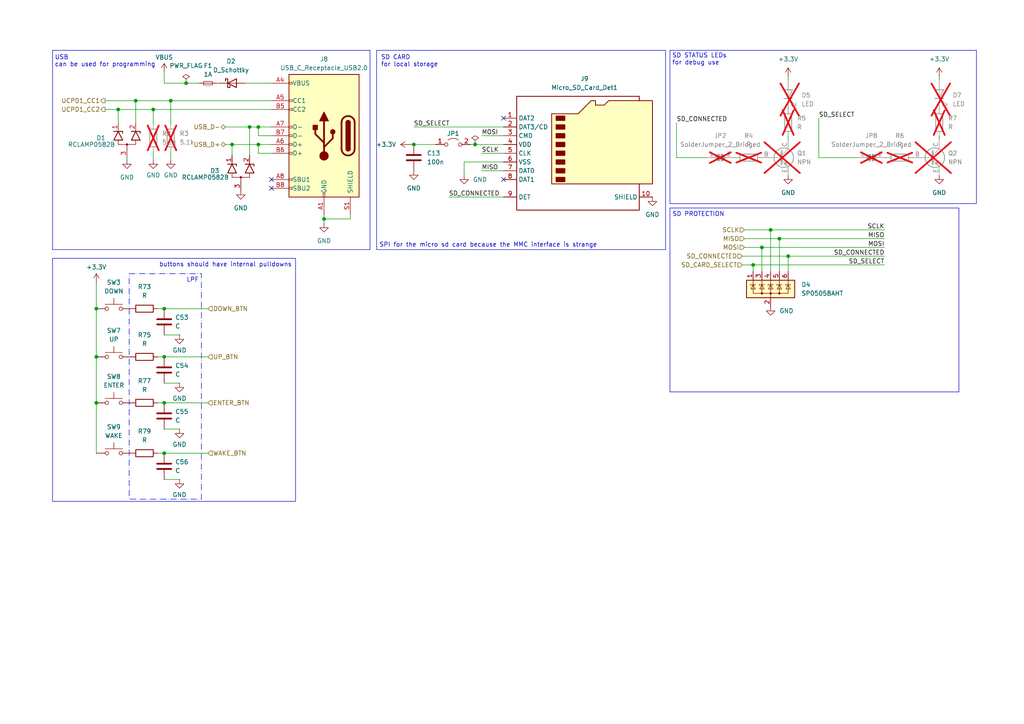
<source format=kicad_sch>
(kicad_sch (version 20231120) (generator "eeschema") (generator_version "8.0")
  (paper "A4")
  (lib_symbols
    (symbol "Connector:Micro_SD_Card_Det1"
      (property "Reference" "J" (at -16.51 17.78 0))
      (property "Value" "Micro_SD_Card_Det1" (at 16.51 17.78 0))
      (symbol "Micro_SD_Card_Det1_0_1"
        (rectangle (start -7.62 -6.985) (end -5.08 -8.255) (stroke (width 0.254)) (fill (type outline)))
        (rectangle (start -7.62 -4.445) (end -5.08 -5.715) (stroke (width 0.254)) (fill (type outline)))
        (rectangle (start -7.62 -1.905) (end -5.08 -3.175) (stroke (width 0.254)) (fill (type outline)))
        (rectangle (start -7.62 0.635) (end -5.08 -0.635) (stroke (width 0.254)) (fill (type outline)))
        (rectangle (start -7.62 3.175) (end -5.08 1.905) (stroke (width 0.254)) (fill (type outline)))
        (rectangle (start -7.62 5.715) (end -5.08 4.445) (stroke (width 0.254)) (fill (type outline)))
        (rectangle (start -7.62 8.255) (end -5.08 6.985) (stroke (width 0.254)) (fill (type outline)))
        (rectangle (start -7.62 10.795) (end -5.08 9.525) (stroke (width 0.254)) (fill (type outline)))
        (polyline (pts (xy 16.51 15.24) (xy 16.51 16.51) (xy -19.05 16.51) (xy -19.05 -16.51) (xy 16.51 -16.51) (xy 16.51 -8.89)) (stroke (width 0.254)))
        (polyline (pts (xy -8.89 -8.89) (xy -8.89 11.43) (xy -1.27 11.43) (xy 2.54 15.24) (xy 3.81 15.24) (xy 3.81 13.97) (xy 6.35 13.97) (xy 7.62 15.24) (xy 20.32 15.24) (xy 20.32 -8.89) (xy -8.89 -8.89)) (stroke (width 0.254)) (fill (type background)))
      )
      (symbol "Micro_SD_Card_Det1_1_1"
        (pin bidirectional line (at -22.86 10.16 0) (length 3.81) (name "DAT2") (number "1"))
        (pin passive line (at 20.32 -12.7 180) (length 3.81) (name "SHIELD") (number "10"))
        (pin bidirectional line (at -22.86 7.62 0) (length 3.81) (name "DAT3/CD") (number "2"))
        (pin input line (at -22.86 5.08 0) (length 3.81) (name "CMD") (number "3"))
        (pin power_in line (at -22.86 2.54 0) (length 3.81) (name "VDD") (number "4"))
        (pin input line (at -22.86 0 0) (length 3.81) (name "CLK") (number "5"))
        (pin power_in line (at -22.86 -2.54 0) (length 3.81) (name "VSS") (number "6"))
        (pin bidirectional line (at -22.86 -5.08 0) (length 3.81) (name "DAT0") (number "7"))
        (pin bidirectional line (at -22.86 -7.62 0) (length 3.81) (name "DAT1") (number "8"))
        (pin passive line (at -22.86 -12.7 0) (length 3.81) (name "DET") (number "9"))
      )
    )
    (symbol "Connector:USB_C_Receptacle_USB2.0" (pin_names (offset 1.016))
      (property "Reference" "J" (at -10.16 19.05 0))
      (property "Value" "USB_C_Receptacle_USB2.0" (at 19.05 19.05 0))
      (symbol "USB_C_Receptacle_USB2.0_0_0"
        (rectangle (start -0.254 -17.78) (end 0.254 -16.764))
        (rectangle (start 10.16 -14.986) (end 9.144 -15.494))
        (rectangle (start 10.16 -12.446) (end 9.144 -12.954))
        (rectangle (start 10.16 -4.826) (end 9.144 -5.334))
        (rectangle (start 10.16 -2.286) (end 9.144 -2.794))
        (rectangle (start 10.16 0.254) (end 9.144 -0.254))
        (rectangle (start 10.16 2.794) (end 9.144 2.286))
        (rectangle (start 10.16 7.874) (end 9.144 7.366))
        (rectangle (start 10.16 10.414) (end 9.144 9.906))
        (rectangle (start 10.16 15.494) (end 9.144 14.986))
      )
      (symbol "USB_C_Receptacle_USB2.0_0_1"
        (rectangle (start -10.16 17.78) (end 10.16 -17.78) (stroke (width 0.254)) (fill (type background)))
        (arc (start -8.89 -3.81) (mid -6.985 -5.7067) (end -5.08 -3.81) (stroke (width 0.508)))
        (arc (start -7.62 -3.81) (mid -6.985 -4.4423) (end -6.35 -3.81) (stroke (width 0.254)))
        (arc (start -7.62 -3.81) (mid -6.985 -4.4423) (end -6.35 -3.81) (stroke (width 0.254)) (fill (type outline)))
        (rectangle (start -7.62 -3.81) (end -6.35 3.81) (stroke (width 0.254)) (fill (type outline)))
        (arc (start -6.35 3.81) (mid -6.985 4.4423) (end -7.62 3.81) (stroke (width 0.254)))
        (arc (start -6.35 3.81) (mid -6.985 4.4423) (end -7.62 3.81) (stroke (width 0.254)) (fill (type outline)))
        (arc (start -5.08 3.81) (mid -6.985 5.7067) (end -8.89 3.81) (stroke (width 0.508)))
        (circle (center -2.54 1.143) (radius 0.635) (stroke (width 0.254)) (fill (type outline)))
        (circle (center 0 -5.842) (radius 1.27) (fill (type outline)))
        (polyline (pts (xy -8.89 -3.81) (xy -8.89 3.81)) (stroke (width 0.508)))
        (polyline (pts (xy -5.08 3.81) (xy -5.08 -3.81)) (stroke (width 0.508)))
        (polyline (pts (xy 0 -5.842) (xy 0 4.318)) (stroke (width 0.508)))
        (polyline (pts (xy 0 -3.302) (xy -2.54 -0.762) (xy -2.54 0.508)) (stroke (width 0.508)))
        (polyline (pts (xy 0 -2.032) (xy 2.54 0.508) (xy 2.54 1.778)) (stroke (width 0.508)))
        (polyline (pts (xy -1.27 4.318) (xy 0 6.858) (xy 1.27 4.318) (xy -1.27 4.318)) (stroke (width 0.254)) (fill (type outline)))
        (rectangle (start 1.905 1.778) (end 3.175 3.048) (stroke (width 0.254)) (fill (type outline)))
      )
      (symbol "USB_C_Receptacle_USB2.0_1_1"
        (pin passive line (at 0 -22.86 90) (length 5.08) (name "GND") (number "A1"))
        (pin passive line (at 0 -22.86 90) (length 5.08) hide (name "GND") (number "A12"))
        (pin passive line (at 15.24 15.24 180) (length 5.08) (name "VBUS") (number "A4"))
        (pin bidirectional line (at 15.24 10.16 180) (length 5.08) (name "CC1") (number "A5"))
        (pin bidirectional line (at 15.24 -2.54 180) (length 5.08) (name "D+") (number "A6"))
        (pin bidirectional line (at 15.24 2.54 180) (length 5.08) (name "D-") (number "A7"))
        (pin bidirectional line (at 15.24 -12.7 180) (length 5.08) (name "SBU1") (number "A8"))
        (pin passive line (at 15.24 15.24 180) (length 5.08) hide (name "VBUS") (number "A9"))
        (pin passive line (at 0 -22.86 90) (length 5.08) hide (name "GND") (number "B1"))
        (pin passive line (at 0 -22.86 90) (length 5.08) hide (name "GND") (number "B12"))
        (pin passive line (at 15.24 15.24 180) (length 5.08) hide (name "VBUS") (number "B4"))
        (pin bidirectional line (at 15.24 7.62 180) (length 5.08) (name "CC2") (number "B5"))
        (pin bidirectional line (at 15.24 -5.08 180) (length 5.08) (name "D+") (number "B6"))
        (pin bidirectional line (at 15.24 0 180) (length 5.08) (name "D-") (number "B7"))
        (pin bidirectional line (at 15.24 -15.24 180) (length 5.08) (name "SBU2") (number "B8"))
        (pin passive line (at 15.24 15.24 180) (length 5.08) hide (name "VBUS") (number "B9"))
        (pin passive line (at -7.62 -22.86 90) (length 5.08) (name "SHIELD") (number "S1"))
      )
    )
    (symbol "Device:C" (pin_numbers hide) (pin_names (offset 0.254))
      (property "Reference" "C" (at 0.635 2.54 0))
      (property "Value" "C" (at 0.635 -2.54 0))
      (symbol "C_0_1"
        (polyline (pts (xy -2.032 -0.762) (xy 2.032 -0.762)) (stroke (width 0.508)))
        (polyline (pts (xy -2.032 0.762) (xy 2.032 0.762)) (stroke (width 0.508)))
      )
      (symbol "C_1_1"
        (pin passive line (at 0 3.81 270) (length 2.794) (name "~") (number "1"))
        (pin passive line (at 0 -3.81 90) (length 2.794) (name "~") (number "2"))
      )
    )
    (symbol "Device:D_Schottky" (pin_numbers hide) (pin_names (offset 1.016) hide)
      (property "Reference" "D" (at 0 2.54 0))
      (property "Value" "D_Schottky" (at 0 -2.54 0))
      (symbol "D_Schottky_0_1"
        (polyline (pts (xy 1.27 0) (xy -1.27 0)))
        (polyline (pts (xy 1.27 1.27) (xy 1.27 -1.27) (xy -1.27 0) (xy 1.27 1.27)) (stroke (width 0.254)))
        (polyline (pts (xy -1.905 0.635) (xy -1.905 1.27) (xy -1.27 1.27) (xy -1.27 -1.27) (xy -0.635 -1.27) (xy -0.635 -0.635)) (stroke (width 0.254)))
      )
      (symbol "D_Schottky_1_1"
        (pin passive line (at -3.81 0 0) (length 2.54) (name "K") (number "1"))
        (pin passive line (at 3.81 0 180) (length 2.54) (name "A") (number "2"))
      )
    )
    (symbol "Device:Fuse_Small" (pin_numbers hide) (pin_names (offset 0.254) hide)
      (property "Reference" "F" (at 0 -1.524 0))
      (property "Value" "Fuse_Small" (at 0 1.524 0))
      (symbol "Fuse_Small_0_1"
        (rectangle (start -1.27 0.508) (end 1.27 -0.508))
        (polyline (pts (xy -1.27 0) (xy 1.27 0)))
      )
      (symbol "Fuse_Small_1_1"
        (pin passive line (at -2.54 0 0) (length 1.27) (name "~") (number "1"))
        (pin passive line (at 2.54 0 180) (length 1.27) (name "~") (number "2"))
      )
    )
    (symbol "Device:LED" (pin_numbers hide) (pin_names (offset 1.016) hide)
      (property "Reference" "D" (at 0 2.54 0))
      (property "Value" "LED" (at 0 -2.54 0))
      (symbol "LED_0_1"
        (polyline (pts (xy -1.27 -1.27) (xy -1.27 1.27)) (stroke (width 0.254)))
        (polyline (pts (xy -1.27 0) (xy 1.27 0)))
        (polyline (pts (xy 1.27 -1.27) (xy 1.27 1.27) (xy -1.27 0) (xy 1.27 -1.27)) (stroke (width 0.254)))
        (polyline (pts (xy -3.048 -0.762) (xy -4.572 -2.286) (xy -3.81 -2.286) (xy -4.572 -2.286) (xy -4.572 -1.524)))
        (polyline (pts (xy -1.778 -0.762) (xy -3.302 -2.286) (xy -2.54 -2.286) (xy -3.302 -2.286) (xy -3.302 -1.524)))
      )
      (symbol "LED_1_1"
        (pin passive line (at -3.81 0 0) (length 2.54) (name "K") (number "1"))
        (pin passive line (at 3.81 0 180) (length 2.54) (name "A") (number "2"))
      )
    )
    (symbol "Device:R" (pin_numbers hide) (pin_names (offset 0))
      (property "Reference" "R" (at 2.032 0 90))
      (property "Value" "R" (at 0 0 90))
      (symbol "R_0_1"
        (rectangle (start -1.016 -2.54) (end 1.016 2.54) (stroke (width 0.254)))
      )
      (symbol "R_1_1"
        (pin passive line (at 0 3.81 270) (length 1.27) (name "~") (number "1"))
        (pin passive line (at 0 -3.81 90) (length 1.27) (name "~") (number "2"))
      )
    )
    (symbol "GND_1" (power) (pin_numbers hide) (pin_names (offset 0) hide)
      (property "Value" "GND" (at 0 -3.81 0))
      (symbol "GND_1_0_1"
        (polyline (pts (xy 0 0) (xy 0 -1.27) (xy 1.27 -1.27) (xy 0 -2.54) (xy -1.27 -1.27) (xy 0 -1.27)))
      )
      (symbol "GND_1_1_1"
        (pin power_in line (at 0 0 270) (length 0) (name "~") (number "1"))
      )
    )
    (symbol "GND_2" (power) (pin_numbers hide) (pin_names (offset 0) hide)
      (property "Value" "GND" (at 0 -3.81 0))
      (symbol "GND_2_0_1"
        (polyline (pts (xy 0 0) (xy 0 -1.27) (xy 1.27 -1.27) (xy 0 -2.54) (xy -1.27 -1.27) (xy 0 -1.27)))
      )
      (symbol "GND_2_1_1"
        (pin power_in line (at 0 0 270) (length 0) (name "~") (number "1"))
      )
    )
    (symbol "GND_3" (power) (pin_numbers hide) (pin_names (offset 0) hide)
      (property "Value" "GND" (at 0 -3.81 0))
      (symbol "GND_3_0_1"
        (polyline (pts (xy 0 0) (xy 0 -1.27) (xy 1.27 -1.27) (xy 0 -2.54) (xy -1.27 -1.27) (xy 0 -1.27)))
      )
      (symbol "GND_3_1_1"
        (pin power_in line (at 0 0 270) (length 0) (name "~") (number "1"))
      )
    )
    (symbol "Jumper:Jumper_2_Open" (pin_names (offset 0) hide)
      (property "Reference" "JP" (at 0 2.794 0))
      (property "Value" "Jumper_2_Open" (at 0 -2.286 0))
      (symbol "Jumper_2_Open_0_0"
        (circle (center -2.032 0) (radius 0.508))
        (circle (center 2.032 0) (radius 0.508))
      )
      (symbol "Jumper_2_Open_0_1"
        (arc (start 1.524 1.27) (mid 0 1.778) (end -1.524 1.27))
      )
      (symbol "Jumper_2_Open_1_1"
        (pin passive line (at -5.08 0 0) (length 2.54) (name "A") (number "1"))
        (pin passive line (at 5.08 0 180) (length 2.54) (name "B") (number "2"))
      )
    )
    (symbol "Jumper:SolderJumper_2_Bridged" (pin_names (offset 0) hide)
      (property "Reference" "JP" (at 0 2.032 0))
      (property "Value" "SolderJumper_2_Bridged" (at 0 -2.54 0))
      (symbol "SolderJumper_2_Bridged_0_1"
        (rectangle (start -0.508 0.508) (end 0.508 -0.508) (fill (type outline)))
        (arc (start -0.254 1.016) (mid -1.2656 0) (end -0.254 -1.016))
        (arc (start -0.254 1.016) (mid -1.2656 0) (end -0.254 -1.016) (fill (type outline)))
        (polyline (pts (xy -0.254 1.016) (xy -0.254 -1.016)))
        (polyline (pts (xy 0.254 1.016) (xy 0.254 -1.016)))
        (arc (start 0.254 -1.016) (mid 1.2656 0) (end 0.254 1.016))
        (arc (start 0.254 -1.016) (mid 1.2656 0) (end 0.254 1.016) (fill (type outline)))
      )
      (symbol "SolderJumper_2_Bridged_1_1"
        (pin passive line (at -3.81 0 0) (length 2.54) (name "A") (number "1"))
        (pin passive line (at 3.81 0 180) (length 2.54) (name "B") (number "2"))
      )
    )
    (symbol "Power_Protection:RCLAMP0582B" (pin_names hide)
      (property "Reference" "D" (at 0 5.08 0))
      (property "Value" "RCLAMP0582B" (at 0 -5.08 0))
      (symbol "RCLAMP0582B_0_1"
        (polyline (pts (xy -2.54 0) (xy -1.27 0)))
        (polyline (pts (xy -1.27 2.54) (xy -1.27 -2.54)))
        (polyline (pts (xy 0 2.54) (xy -1.27 2.54)) (stroke (width 0.1524)))
        (polyline (pts (xy 2.54 3.81) (xy 2.54 1.27) (xy 2.032 1.27)) (stroke (width 0.254)))
        (polyline (pts (xy 0 1.27) (xy 0 3.81) (xy 2.54 2.54) (xy 0 1.27)) (stroke (width 0.254)))
        (pin passive line (at -5.08 0 0) (length 2.54) (name "A") (number "3"))
      )
      (symbol "RCLAMP0582B_1_1"
        (circle (center -1.27 0) (radius 0.254) (fill (type outline)))
        (polyline (pts (xy 0 -2.54) (xy -1.27 -2.54)) (stroke (width 0.1524)))
        (polyline (pts (xy 2.54 -1.27) (xy 2.54 -3.81) (xy 2.032 -3.81)) (stroke (width 0.254)))
        (polyline (pts (xy 0 -3.81) (xy 0 -1.27) (xy 2.54 -2.54) (xy 0 -3.81)) (stroke (width 0.254)))
        (pin passive line (at 5.08 2.54 180) (length 2.54) (name "K1") (number "1"))
        (pin passive line (at 5.08 -2.54 180) (length 2.54) (name "K2") (number "2"))
      )
    )
    (symbol "Power_Protection:SP0505BAHT" (pin_names hide)
      (property "Reference" "D" (at 7.62 2.54 0))
      (property "Value" "SP0505BAHT" (at 7.62 0.635 0))
      (symbol "SP0505BAHT_0_0"
        (pin passive line (at 0 -5.08 90) (length 2.54) (name "A") (number "2"))
      )
      (symbol "SP0505BAHT_0_1"
        (rectangle (start -6.985 2.54) (end 6.985 -2.54) (stroke (width 0.254)) (fill (type background)))
        (circle (center -2.54 -1.27) (radius 0.254) (fill (type outline)))
        (circle (center 0 -1.27) (radius 0.254) (fill (type outline)))
        (polyline (pts (xy -5.08 2.54) (xy -5.08 1.27)))
        (polyline (pts (xy -2.54 2.54) (xy -2.54 1.27)))
        (polyline (pts (xy 0 -1.27) (xy 0 -2.54)))
        (polyline (pts (xy 0 -1.27) (xy 0 1.27)))
        (polyline (pts (xy 0 2.54) (xy 0 1.27)))
        (polyline (pts (xy 0.635 1.27) (xy 0.762 1.27)))
        (polyline (pts (xy 2.54 2.54) (xy 2.54 1.27)))
        (polyline (pts (xy 5.08 2.54) (xy 5.08 1.27)))
        (polyline (pts (xy -5.08 1.27) (xy -5.08 -1.27) (xy -2.54 -1.27)))
        (polyline (pts (xy 0.635 1.27) (xy -0.762 1.27) (xy -0.762 1.016)))
        (polyline (pts (xy 5.08 1.27) (xy 5.08 -1.27) (xy 2.54 -1.27)))
        (polyline (pts (xy -5.842 1.016) (xy -5.842 1.27) (xy -4.445 1.27) (xy -4.318 1.27)))
        (polyline (pts (xy -5.08 1.27) (xy -4.445 0) (xy -5.715 0) (xy -5.08 1.27)))
        (polyline (pts (xy -3.302 1.016) (xy -3.302 1.27) (xy -1.905 1.27) (xy -1.778 1.27)))
        (polyline (pts (xy -2.54 1.27) (xy -2.54 -1.27) (xy 2.54 -1.27) (xy 2.54 1.27)))
        (polyline (pts (xy -2.54 1.27) (xy -1.905 0) (xy -3.175 0) (xy -2.54 1.27)))
        (polyline (pts (xy 0.635 0) (xy -0.635 0) (xy 0 1.27) (xy 0.635 0)))
        (polyline (pts (xy 1.778 1.016) (xy 1.778 1.27) (xy 3.175 1.27) (xy 3.302 1.27)))
        (polyline (pts (xy 2.54 1.27) (xy 1.905 0) (xy 3.175 0) (xy 2.54 1.27)))
        (polyline (pts (xy 4.318 1.016) (xy 4.318 1.27) (xy 5.715 1.27) (xy 5.842 1.27)))
        (polyline (pts (xy 5.08 1.27) (xy 4.445 0) (xy 5.715 0) (xy 5.08 1.27)))
        (circle (center 2.54 -1.27) (radius 0.254) (fill (type outline)))
      )
      (symbol "SP0505BAHT_1_1"
        (pin passive line (at -5.08 5.08 270) (length 2.54) (name "K") (number "1"))
        (pin passive line (at -2.54 5.08 270) (length 2.54) (name "K") (number "3"))
        (pin passive line (at 0 5.08 270) (length 2.54) (name "K") (number "4"))
        (pin passive line (at 2.54 5.08 270) (length 2.54) (name "K") (number "5"))
        (pin passive line (at 5.08 5.08 270) (length 2.54) (name "K") (number "6"))
      )
    )
    (symbol "Simulation_SPICE:NPN" (pin_numbers hide) (pin_names (offset 0))
      (property "Reference" "Q" (at -2.54 7.62 0))
      (property "Value" "NPN" (at -2.54 5.08 0))
      (symbol "NPN_0_1"
        (polyline (pts (xy -2.54 0) (xy 0.635 0)) (stroke (width 0.1524)))
        (polyline (pts (xy 0.635 0.635) (xy 2.54 2.54)))
        (polyline (pts (xy 2.794 -1.27) (xy 2.794 -1.27)) (stroke (width 0.1524)))
        (polyline (pts (xy 2.794 -1.27) (xy 2.794 -1.27)) (stroke (width 0.1524)))
        (polyline (pts (xy 0.635 -0.635) (xy 2.54 -2.54) (xy 2.54 -2.54)))
        (polyline (pts (xy 0.635 1.905) (xy 0.635 -1.905) (xy 0.635 -1.905)) (stroke (width 0.508)))
        (polyline (pts (xy 1.27 -1.778) (xy 1.778 -1.27) (xy 2.286 -2.286) (xy 1.27 -1.778) (xy 1.27 -1.778)) (fill (type outline)))
        (circle (center 1.27 0) (radius 2.8194) (stroke (width 0.254)))
      )
      (symbol "NPN_1_1"
        (pin open_collector line (at 2.54 5.08 270) (length 2.54) (name "C") (number "1"))
        (pin input line (at -5.08 0 0) (length 2.54) (name "B") (number "2"))
        (pin open_emitter line (at 2.54 -5.08 90) (length 2.54) (name "E") (number "3"))
      )
    )
    (symbol "Switch:SW_Push" (pin_numbers hide) (pin_names (offset 1.016) hide)
      (property "Reference" "SW" (at 1.27 2.54 0))
      (property "Value" "SW_Push" (at 0 -1.524 0))
      (symbol "SW_Push_0_1"
        (circle (center -2.032 0) (radius 0.508))
        (polyline (pts (xy 0 1.27) (xy 0 3.048)))
        (polyline (pts (xy 2.54 1.27) (xy -2.54 1.27)))
        (circle (center 2.032 0) (radius 0.508))
        (pin passive line (at -5.08 0 0) (length 2.54) (name "1") (number "1"))
        (pin passive line (at 5.08 0 180) (length 2.54) (name "2") (number "2"))
      )
    )
    (symbol "power:+3.3V" (power) (pin_numbers hide) (pin_names (offset 0) hide)
      (property "Value" "+3.3V" (at 0 3.556 0))
      (symbol "+3.3V_0_1"
        (polyline (pts (xy -0.762 1.27) (xy 0 2.54)))
        (polyline (pts (xy 0 0) (xy 0 2.54)))
        (polyline (pts (xy 0 2.54) (xy 0.762 1.27)))
      )
      (symbol "+3.3V_1_1"
        (pin power_in line (at 0 0 90) (length 0) (name "~") (number "1"))
      )
    )
    (symbol "power:GND" (power) (pin_names (offset 0))
      (property "Value" "GND" (at 0 -3.81 0))
      (symbol "GND_0_1"
        (polyline (pts (xy 0 0) (xy 0 -1.27) (xy 1.27 -1.27) (xy 0 -2.54) (xy -1.27 -1.27) (xy 0 -1.27)))
      )
      (symbol "GND_1_1"
        (pin power_in line (at 0 0 270) (length 0) hide (name "GND") (number "1"))
      )
    )
    (symbol "power:PWR_FLAG" (power) (pin_numbers hide) (pin_names (offset 0) hide)
      (property "Value" "PWR_FLAG" (at 0 3.81 0))
      (symbol "PWR_FLAG_0_0"
        (pin power_out line (at 0 0 90) (length 0) (name "~") (number "1"))
      )
      (symbol "PWR_FLAG_0_1"
        (polyline (pts (xy 0 0) (xy 0 1.27) (xy -1.016 1.905) (xy 0 2.54) (xy 1.016 1.905) (xy 0 1.27)))
      )
    )
    (symbol "power:VBUS" (power) (pin_numbers hide) (pin_names (offset 0) hide)
      (property "Value" "VBUS" (at 0 3.556 0))
      (symbol "VBUS_0_1"
        (polyline (pts (xy -0.762 1.27) (xy 0 2.54)))
        (polyline (pts (xy 0 0) (xy 0 2.54)))
        (polyline (pts (xy 0 2.54) (xy 0.762 1.27)))
      )
      (symbol "VBUS_1_1"
        (pin power_in line (at 0 0 90) (length 0) (name "~") (number "1"))
      )
    )
  )
  (junction (at 27.94 103.505))
  (junction (at 220.98 71.755))
  (junction (at 226.06 69.215))
  (junction (at 27.94 89.535))
  (junction (at 218.44 76.835))
  (junction (at 67.31 41.91))
  (junction (at 223.52 66.675))
  (junction (at 39.37 29.21))
  (junction (at 47.625 103.505))
  (junction (at 47.625 131.445))
  (junction (at 53.975 24.13))
  (junction (at 137.795 41.91))
  (junction (at 120.015 41.91))
  (junction (at 228.6 74.295))
  (junction (at 44.45 31.75))
  (junction (at 27.94 116.84))
  (junction (at 72.39 36.83))
  (junction (at 49.53 29.21))
  (junction (at 47.625 89.535))
  (junction (at 93.98 63.5))
  (junction (at 74.93 41.91))
  (junction (at 34.29 31.75))
  (junction (at 74.93 36.83))
  (junction (at 47.625 116.84))
  (no_connect (at 146.05 52.07))
  (no_connect (at 146.05 34.29))
  (no_connect (at 78.74 52.07))
  (no_connect (at 78.74 54.61))
  (wire (pts (xy 196.215 45.72) (xy 205.105 45.72)))
  (wire (pts (xy 45.72 103.505) (xy 47.625 103.505)))
  (wire (pts (xy 228.6 22.225) (xy 228.6 23.495)))
  (wire (pts (xy 196.215 35.56) (xy 196.215 45.72)))
  (wire (pts (xy 93.98 63.5) (xy 93.98 64.77)))
  (wire (pts (xy 27.94 116.84) (xy 27.94 131.445)))
  (wire (pts (xy 74.93 44.45) (xy 78.74 44.45)))
  (wire (pts (xy 34.29 31.75) (xy 34.29 35.56)))
  (wire (pts (xy 47.625 111.125) (xy 52.07 111.125)))
  (wire (pts (xy 215.9 71.755) (xy 220.98 71.755)))
  (wire (pts (xy 47.625 103.505) (xy 60.325 103.505)))
  (wire (pts (xy 139.7 49.53) (xy 146.05 49.53)))
  (wire (pts (xy 228.6 31.115) (xy 228.6 31.75)))
  (wire (pts (xy 45.72 116.84) (xy 47.625 116.84)))
  (wire (pts (xy 215.265 76.835) (xy 218.44 76.835)))
  (wire (pts (xy 237.49 45.72) (xy 248.92 45.72)))
  (wire (pts (xy 215.265 74.295) (xy 228.6 74.295)))
  (wire (pts (xy 215.9 69.215) (xy 226.06 69.215)))
  (wire (pts (xy 74.93 41.91) (xy 74.93 44.45)))
  (wire (pts (xy 101.6 62.23) (xy 101.6 63.5)))
  (wire (pts (xy 226.06 69.215) (xy 226.06 78.74)))
  (wire (pts (xy 215.9 66.675) (xy 223.52 66.675)))
  (polyline (pts (xy 15.24 14.605) (xy 15.875 14.605)))
  (wire (pts (xy 228.6 74.295) (xy 256.54 74.295)))
  (wire (pts (xy 65.405 41.91) (xy 67.31 41.91)))
  (wire (pts (xy 47.625 116.84) (xy 60.325 116.84)))
  (wire (pts (xy 256.54 45.72) (xy 257.175 45.72)))
  (wire (pts (xy 36.83 45.72) (xy 36.83 46.355)))
  (wire (pts (xy 47.625 89.535) (xy 60.325 89.535)))
  (wire (pts (xy 65.405 36.83) (xy 72.39 36.83)))
  (wire (pts (xy 74.93 36.83) (xy 74.93 39.37)))
  (wire (pts (xy 30.48 29.21) (xy 39.37 29.21)))
  (wire (pts (xy 137.795 41.91) (xy 146.05 41.91)))
  (wire (pts (xy 139.7 44.45) (xy 146.05 44.45)))
  (wire (pts (xy 47.625 139.065) (xy 52.07 139.065)))
  (wire (pts (xy 120.015 41.91) (xy 126.365 41.91)))
  (wire (pts (xy 53.975 24.13) (xy 47.625 24.13)))
  (wire (pts (xy 226.06 69.215) (xy 256.54 69.215)))
  (wire (pts (xy 136.525 41.91) (xy 137.795 41.91)))
  (wire (pts (xy 72.39 36.83) (xy 72.39 45.085)))
  (wire (pts (xy 212.725 45.72) (xy 213.36 45.72)))
  (wire (pts (xy 74.93 36.83) (xy 78.74 36.83)))
  (polyline (pts (xy 107.315 14.605) (xy 107.315 72.39)))
  (wire (pts (xy 27.94 81.915) (xy 27.94 89.535)))
  (polyline (pts (xy 15.875 14.605) (xy 107.315 14.605)))
  (wire (pts (xy 101.6 63.5) (xy 93.98 63.5)))
  (wire (pts (xy 49.53 43.815) (xy 49.53 46.355)))
  (wire (pts (xy 34.29 31.75) (xy 44.45 31.75)))
  (wire (pts (xy 30.48 31.75) (xy 34.29 31.75)))
  (wire (pts (xy 220.98 71.755) (xy 256.54 71.755)))
  (wire (pts (xy 237.49 34.29) (xy 237.49 45.72)))
  (wire (pts (xy 67.31 41.91) (xy 74.93 41.91)))
  (wire (pts (xy 228.6 74.295) (xy 228.6 78.74)))
  (wire (pts (xy 93.98 63.5) (xy 93.98 62.23)))
  (wire (pts (xy 220.98 71.755) (xy 220.98 78.74)))
  (wire (pts (xy 134.62 46.99) (xy 146.05 46.99)))
  (wire (pts (xy 47.625 20.955) (xy 47.625 24.13)))
  (polyline (pts (xy 107.315 72.39) (xy 15.24 72.39)))
  (wire (pts (xy 74.93 39.37) (xy 78.74 39.37)))
  (wire (pts (xy 71.12 24.13) (xy 78.74 24.13)))
  (wire (pts (xy 72.39 36.83) (xy 74.93 36.83)))
  (wire (pts (xy 218.44 76.835) (xy 256.54 76.835)))
  (wire (pts (xy 44.45 43.815) (xy 44.45 46.355)))
  (wire (pts (xy 67.31 41.91) (xy 67.31 45.085)))
  (wire (pts (xy 49.53 29.21) (xy 78.74 29.21)))
  (wire (pts (xy 49.53 29.21) (xy 49.53 36.195)))
  (wire (pts (xy 218.44 76.835) (xy 218.44 78.74)))
  (wire (pts (xy 118.745 41.91) (xy 120.015 41.91)))
  (wire (pts (xy 45.72 89.535) (xy 47.625 89.535)))
  (wire (pts (xy 272.415 39.37) (xy 272.415 40.64)))
  (wire (pts (xy 62.865 24.13) (xy 63.5 24.13)))
  (wire (pts (xy 44.45 31.75) (xy 44.45 36.195)))
  (wire (pts (xy 47.625 97.155) (xy 52.07 97.155)))
  (wire (pts (xy 27.94 89.535) (xy 27.94 103.505)))
  (wire (pts (xy 47.625 131.445) (xy 60.325 131.445)))
  (wire (pts (xy 120.015 36.83) (xy 146.05 36.83)))
  (wire (pts (xy 44.45 31.75) (xy 78.74 31.75)))
  (wire (pts (xy 223.52 66.675) (xy 256.54 66.675)))
  (wire (pts (xy 74.93 41.91) (xy 78.74 41.91)))
  (wire (pts (xy 134.62 50.8) (xy 134.62 46.99)))
  (wire (pts (xy 57.785 24.13) (xy 53.975 24.13)))
  (wire (pts (xy 139.7 39.37) (xy 146.05 39.37)))
  (wire (pts (xy 272.415 22.225) (xy 272.415 23.495)))
  (wire (pts (xy 47.625 124.46) (xy 52.07 124.46)))
  (wire (pts (xy 45.72 131.445) (xy 47.625 131.445)))
  (wire (pts (xy 272.415 31.115) (xy 272.415 31.75)))
  (polyline (pts (xy 15.24 14.605) (xy 15.24 72.39)))
  (wire (pts (xy 228.6 39.37) (xy 228.6 40.64)))
  (wire (pts (xy 39.37 29.21) (xy 49.53 29.21)))
  (wire (pts (xy 27.94 103.505) (xy 27.94 116.84)))
  (wire (pts (xy 39.37 29.21) (xy 39.37 35.56)))
  (wire (pts (xy 130.175 57.15) (xy 146.05 57.15)))
  (wire (pts (xy 223.52 66.675) (xy 223.52 78.74)))
  (rectangle (start 109.22 14.605) (end 193.04 72.39))
  (rectangle (start 194.31 60.325) (end 278.13 113.665))
  (rectangle (start 37.465 79.375) (end 58.42 144.78) (stroke (width 0) (type dash_dot)))
  (rectangle (start 15.24 74.93) (end 85.725 145.415))
  (rectangle (start 194.31 14.605) (end 283.21 59.055))
  (text "SD CARD\nfor local storage \n" (at 110.49 17.78 0) (effects (font (size 1.27 1.27)) (justify left)))
  (text "SD PROTECTION\n" (at 202.565 62.23 0) (effects (font (size 1.27 1.27))))
  (text "USB\ncan be used for programming\n" (at 15.875 17.78 0) (effects (font (size 1.27 1.27)) (justify left)))
  (text "buttons should have internal pulldowns\n" (at 65.405 76.835 0) (effects (font (size 1.27 1.27))))
  (text "SD STATUS LEDs\nfor debug use\n\n\n\n" (at 194.945 20.32 0) (effects (font (size 1.27 1.27)) (justify left)))
  (text "SPI for the micro sd card because the MMC interface is strange\n" (at 141.605 71.12 0) (effects (font (size 1.27 1.27))))
  (text "LPF\n" (at 55.88 81.28 0) (effects (font (size 1.27 1.27))))
  (label "MISO" (at 139.7 49.53 0))
  (label "SD_SELECT" (at 256.54 76.835 180))
  (label "SCLK" (at 256.54 66.675 180))
  (label "SD_SELECT" (at 120.015 36.83 0))
  (label "MOSI" (at 139.7 39.37 0))
  (label "SD_SELECT" (at 237.49 34.29 0))
  (label "MOSI" (at 256.54 71.755 180))
  (label "SD_CONNECTED" (at 130.175 57.15 0))
  (label "SD_CONNECTED" (at 256.54 74.295 180))
  (label "SD_CONNECTED" (at 196.215 35.56 0))
  (label "SCLK" (at 139.7 44.45 0))
  (label "MISO" (at 256.54 69.215 180))
  (hierarchical_label "DOWN_BTN" (shape input) (at 60.325 89.535 0))
  (hierarchical_label "WAKE_BTN" (shape input) (at 60.325 131.445 0))
  (hierarchical_label "UP_BTN" (shape input) (at 60.325 103.505 0))
  (hierarchical_label "SCLK" (shape input) (at 215.9 66.675 180))
  (hierarchical_label "USB_D-" (shape bidirectional) (at 65.405 36.83 180))
  (hierarchical_label "ENTER_BTN" (shape input) (at 60.325 116.84 0))
  (hierarchical_label "MOSI" (shape input) (at 215.9 71.755 180))
  (hierarchical_label "SD_CONNECTED" (shape input) (at 215.265 74.295 180))
  (hierarchical_label "UCPD1_CC1" (shape output) (at 30.48 29.21 180))
  (hierarchical_label "MISO" (shape input) (at 215.9 69.215 180))
  (hierarchical_label "UCPD1_CC2" (shape output) (at 30.48 31.75 180))
  (hierarchical_label "SD_CARD_SELECT" (shape input) (at 215.265 76.835 180))
  (hierarchical_label "USB_D+" (shape bidirectional) (at 65.405 41.91 180))
  (symbol (lib_name "GND_3") (lib_id "power:GND") (at 52.07 139.065 0) (unit 1)
    (property "Reference" "#PWR0252" (effects (hide yes)))
    (property "Value" "GND" (at 52.07 143.51 0))
    (property "Description" "Power symbol creates a global label with name \"GND\" , ground" (effects (hide yes)))
  )
  (symbol (lib_id "Device:R") (at 41.91 89.535 90) (unit 1)
    (property "Reference" "R73" (at 41.91 83.185 90))
    (property "Value" "R" (at 41.91 85.725 90))
    (property "Footprint" "Resistor_SMD:R_0603_1608Metric_Pad0.98x0.95mm_HandSolder" (effects (hide yes)))
    (property "Description" "Resistor" (effects (hide yes)))
  )
  (symbol (lib_id "power:+3.3V") (at 228.6 22.225 0) (unit 1)
    (property "Reference" "#PWR046" (effects (hide yes)))
    (property "Value" "+3.3V" (at 228.6 17.145 0))
    (property "Description" "Power symbol creates a global label with name \"+3.3V\"" (effects (hide yes)))
  )
  (symbol (lib_id "power:GND") (at 69.85 55.245 0) (unit 1)
    (property "Reference" "#PWR038" (effects (hide yes)))
    (property "Value" "GND" (at 69.85 60.325 0))
  )
  (symbol (lib_id "Device:R") (at 217.17 45.72 90) (unit 1) (dnp yes)
    (property "Reference" "R4" (at 217.17 39.37 90))
    (property "Value" "R" (at 217.17 41.91 90))
    (property "Footprint" "Resistor_SMD:R_0603_1608Metric_Pad0.98x0.95mm_HandSolder" (effects (hide yes)))
    (property "Description" "Resistor" (effects (hide yes)))
  )
  (symbol (lib_name "GND_2") (lib_id "power:GND") (at 228.6 50.8 0) (unit 1)
    (property "Reference" "#PWR047" (effects (hide yes)))
    (property "Value" "GND" (at 228.6 55.88 0))
    (property "Description" "Power symbol creates a global label with name \"GND\" , ground" (effects (hide yes)))
  )
  (symbol (lib_id "power:+3.3V") (at 272.415 22.225 0) (unit 1)
    (property "Reference" "#PWR049" (effects (hide yes)))
    (property "Value" "+3.3V" (at 272.415 17.145 0))
    (property "Description" "Power symbol creates a global label with name \"+3.3V\"" (effects (hide yes)))
  )
  (symbol (lib_id "power:PWR_FLAG") (at 53.975 24.13 0) (unit 1)
    (property "Reference" "#FLG07" (effects (hide yes)))
    (property "Value" "PWR_FLAG" (at 53.975 19.05 0))
    (property "Description" "Special symbol for telling ERC where power comes from" (effects (hide yes)))
  )
  (symbol (lib_id "Device:C") (at 47.625 93.345 0) (unit 1)
    (property "Reference" "C53" (at 50.8 92.0749 0) (effects (justify left)))
    (property "Value" "C" (at 50.8 94.6149 0) (effects (justify left)))
    (property "Footprint" "Capacitor_SMD:C_0603_1608Metric_Pad1.08x0.95mm_HandSolder" (effects (hide yes)))
    (property "Description" "Unpolarized capacitor" (effects (hide yes)))
  )
  (symbol (lib_id "Switch:SW_Push") (at 33.02 131.445 0) (unit 1)
    (property "Reference" "SW9" (at 33.02 123.825 0))
    (property "Value" "WAKE" (at 33.02 126.365 0))
    (property "Footprint" "Button_Switch_THT:SW_TH_Tactile_Omron_B3F-10xx" (effects (hide yes)))
    (property "Description" "Push button switch, generic, two pins" (effects (hide yes)))
  )
  (symbol (lib_id "power:GND") (at 44.45 46.355 0) (unit 1)
    (property "Reference" "#PWR035" (effects (hide yes)))
    (property "Value" "GND" (at 44.45 50.8 0))
  )
  (symbol (lib_id "Device:R") (at 44.45 40.005 0) (unit 1) (dnp yes)
    (property "Reference" "R2" (at 46.99 38.735 0) (effects (justify left)))
    (property "Value" "5.1k" (at 46.99 41.275 0) (effects (justify left)))
    (property "Footprint" "Resistor_SMD:R_0603_1608Metric_Pad0.98x0.95mm_HandSolder" (effects (hide yes)))
  )
  (symbol (lib_name "GND_1") (lib_id "power:GND") (at 223.52 88.9 0) (unit 1)
    (property "Reference" "#PWR045" (effects (hide yes)))
    (property "Value" "GND" (at 226.06 90.1699 0) (effects (justify left)))
    (property "Description" "Power symbol creates a global label with name \"GND\" , ground" (effects (hide yes)))
  )
  (symbol (lib_id "Connector:Micro_SD_Card_Det1") (at 168.91 44.45 0) (unit 1)
    (property "Reference" "J9" (at 169.545 22.86 0))
    (property "Value" "Micro_SD_Card_Det1" (at 169.545 25.4 0))
    (property "Footprint" "Connector_Card:microSD_HC_Hirose_DM3BT-DSF-PEJS" (effects (hide yes)))
    (property "Datasheet" "https://datasheet.lcsc.com/lcsc/2110151630_XKB-Connectivity-XKTF-015-N_C381082.pdf" (effects (hide yes)))
    (property "Description" "Micro SD Card Socket with one card detection pin" (effects (hide yes)))
  )
  (symbol (lib_id "Device:R") (at 228.6 35.56 0) (unit 1) (dnp yes)
    (property "Reference" "R5" (at 231.14 34.2899 0) (effects (justify left)))
    (property "Value" "R" (at 231.14 36.8299 0) (effects (justify left)))
    (property "Footprint" "Resistor_SMD:R_0603_1608Metric_Pad0.98x0.95mm_HandSolder" (effects (hide yes)))
    (property "Description" "Resistor" (effects (hide yes)))
  )
  (symbol (lib_id "Connector:USB_C_Receptacle_USB2.0") (at 93.98 39.37 0) (mirror y) (unit 1)
    (property "Reference" "J8" (at 93.98 17.145 0))
    (property "Value" "USB_C_Receptacle_USB2.0" (at 93.98 19.685 0))
    (property "Footprint" "Connector_USB:USB_C_Receptacle_HRO_TYPE-C-31-M-12" (effects (hide yes)))
    (property "Datasheet" "https://www.usb.org/sites/default/files/documents/usb_type-c.zip" (effects (hide yes)))
  )
  (symbol (lib_name "GND_1") (lib_id "power:GND") (at 120.015 49.53 0) (unit 1)
    (property "Reference" "#PWR041" (effects (hide yes)))
    (property "Value" "GND" (at 120.015 54.61 0))
    (property "Description" "Power symbol creates a global label with name \"GND\" , ground" (effects (hide yes)))
  )
  (symbol (lib_id "Device:C") (at 47.625 120.65 0) (unit 1)
    (property "Reference" "C55" (at 50.8 119.3799 0) (effects (justify left)))
    (property "Value" "C" (at 50.8 121.9199 0) (effects (justify left)))
    (property "Footprint" "Capacitor_SMD:C_0603_1608Metric_Pad1.08x0.95mm_HandSolder" (effects (hide yes)))
    (property "Description" "Unpolarized capacitor" (effects (hide yes)))
  )
  (symbol (lib_id "Jumper:SolderJumper_2_Bridged") (at 252.73 45.72 0) (unit 1) (dnp yes)
    (property "Reference" "JP8" (at 252.73 39.37 0))
    (property "Value" "SolderJumper_2_Bridged" (at 252.73 41.91 0))
    (property "Footprint" "Jumper:SolderJumper-2_P1.3mm_Bridged_Pad1.0x1.5mm" (effects (hide yes)))
    (property "Description" "Solder Jumper, 2-pole, closed/bridged" (effects (hide yes)))
  )
  (symbol (lib_id "power:+3.3V") (at 27.94 81.915 0) (unit 1)
    (property "Reference" "#PWR0248" (effects (hide yes)))
    (property "Value" "+3.3V" (at 27.94 77.47 0))
    (property "Description" "Power symbol creates a global label with name \"+3.3V\"" (effects (hide yes)))
  )
  (symbol (lib_id "Jumper:SolderJumper_2_Bridged") (at 208.915 45.72 0) (unit 1) (dnp yes)
    (property "Reference" "JP2" (at 208.915 39.37 0))
    (property "Value" "SolderJumper_2_Bridged" (at 208.915 41.91 0))
    (property "Footprint" "Jumper:SolderJumper-2_P1.3mm_Bridged_Pad1.0x1.5mm" (effects (hide yes)))
    (property "Description" "Solder Jumper, 2-pole, closed/bridged" (effects (hide yes)))
  )
  (symbol (lib_id "power:VBUS") (at 47.625 20.955 0) (unit 1)
    (property "Reference" "#PWR036" (effects (hide yes)))
    (property "Value" "VBUS" (at 47.625 16.637 0))
    (property "Description" "Power symbol creates a global label with name \"VBUS\"" (effects (hide yes)))
  )
  (symbol (lib_id "Switch:SW_Push") (at 33.02 103.505 0) (unit 1)
    (property "Reference" "SW7" (at 33.02 95.885 0))
    (property "Value" "UP" (at 33.02 98.425 0))
    (property "Footprint" "Button_Switch_THT:SW_TH_Tactile_Omron_B3F-10xx" (effects (hide yes)))
    (property "Description" "Push button switch, generic, two pins" (effects (hide yes)))
  )
  (symbol (lib_id "Simulation_SPICE:NPN") (at 226.06 45.72 0) (unit 1) (dnp yes)
    (property "Reference" "Q1" (at 231.14 44.4499 0) (effects (justify left)))
    (property "Value" "NPN" (at 231.14 46.9899 0) (effects (justify left)))
    (property "Footprint" "Package_TO_SOT_SMD:TSOT-23" (effects (hide yes)))
    (property "Datasheet" "https://ngspice.sourceforge.io/docs/ngspice-html-manual/manual.xhtml#cha_BJTs" (effects (hide yes)))
    (property "Description" "Bipolar transistor symbol for simulation only, substrate tied to the emitter" (effects (hide yes)))
    (property "Sim.Device" "NPN" (effects (hide yes)))
    (property "Sim.Type" "GUMMELPOON" (effects (hide yes)))
    (property "Sim.Pins" "1=C 2=B 3=E" (effects (hide yes)))
  )
  (symbol (lib_id "Device:R") (at 41.91 131.445 90) (unit 1)
    (property "Reference" "R79" (at 41.91 125.095 90))
    (property "Value" "R" (at 41.91 127.635 90))
    (property "Footprint" "Resistor_SMD:R_0603_1608Metric_Pad0.98x0.95mm_HandSolder" (effects (hide yes)))
    (property "Description" "Resistor" (effects (hide yes)))
  )
  (symbol (lib_id "Device:C") (at 47.625 107.315 0) (unit 1)
    (property "Reference" "C54" (at 50.8 106.0449 0) (effects (justify left)))
    (property "Value" "C" (at 50.8 108.5849 0) (effects (justify left)))
    (property "Footprint" "Capacitor_SMD:C_0603_1608Metric_Pad1.08x0.95mm_HandSolder" (effects (hide yes)))
    (property "Description" "Unpolarized capacitor" (effects (hide yes)))
  )
  (symbol (lib_name "GND_3") (lib_id "power:GND") (at 52.07 111.125 0) (unit 1)
    (property "Reference" "#PWR0249" (effects (hide yes)))
    (property "Value" "GND" (at 52.07 115.57 0))
    (property "Description" "Power symbol creates a global label with name \"GND\" , ground" (effects (hide yes)))
  )
  (symbol (lib_id "Switch:SW_Push") (at 33.02 116.84 0) (unit 1)
    (property "Reference" "SW8" (at 33.02 109.22 0))
    (property "Value" "ENTER" (at 33.02 111.76 0))
    (property "Footprint" "Button_Switch_THT:SW_TH_Tactile_Omron_B3F-10xx" (effects (hide yes)))
    (property "Description" "Push button switch, generic, two pins" (effects (hide yes)))
  )
  (symbol (lib_id "Device:C") (at 120.015 45.72 0) (unit 1)
    (property "Reference" "C13" (at 123.825 44.4499 0) (effects (justify left)))
    (property "Value" "100n" (at 123.825 46.9899 0) (effects (justify left)))
    (property "Footprint" "Capacitor_SMD:C_0603_1608Metric_Pad1.08x0.95mm_HandSolder" (effects (hide yes)))
    (property "Description" "Unpolarized capacitor" (effects (hide yes)))
  )
  (symbol (lib_name "GND_1") (lib_id "power:GND") (at 134.62 50.8 0) (unit 1)
    (property "Reference" "#PWR042" (effects (hide yes)))
    (property "Value" "GND" (at 137.16 52.0699 0) (effects (justify left)))
    (property "Description" "Power symbol creates a global label with name \"GND\" , ground" (effects (hide yes)))
  )
  (symbol (lib_name "GND_1") (lib_id "power:GND") (at 189.23 57.15 0) (unit 1)
    (property "Reference" "#PWR043" (effects (hide yes)))
    (property "Value" "GND" (at 189.23 62.23 0))
    (property "Description" "Power symbol creates a global label with name \"GND\" , ground" (effects (hide yes)))
  )
  (symbol (lib_id "Device:R") (at 49.53 40.005 0) (unit 1) (dnp yes)
    (property "Reference" "R3" (at 52.07 38.735 0) (effects (justify left)))
    (property "Value" "5.1k" (at 52.07 41.275 0) (effects (justify left)))
    (property "Footprint" "Resistor_SMD:R_0603_1608Metric_Pad0.98x0.95mm_HandSolder" (effects (hide yes)))
  )
  (symbol (lib_id "power:GND") (at 49.53 46.355 0) (unit 1)
    (property "Reference" "#PWR037" (effects (hide yes)))
    (property "Value" "GND" (at 49.53 50.8 0))
  )
  (symbol (lib_name "GND_3") (lib_id "power:GND") (at 52.07 97.155 0) (unit 1)
    (property "Reference" "#PWR0250" (effects (hide yes)))
    (property "Value" "GND" (at 52.07 101.6 0))
    (property "Description" "Power symbol creates a global label with name \"GND\" , ground" (effects (hide yes)))
  )
  (symbol (lib_id "Switch:SW_Push") (at 33.02 89.535 0) (unit 1)
    (property "Reference" "SW3" (at 33.02 81.915 0))
    (property "Value" "DOWN" (at 33.02 84.455 0))
    (property "Footprint" "Button_Switch_THT:SW_TH_Tactile_Omron_B3F-10xx" (effects (hide yes)))
    (property "Description" "Push button switch, generic, two pins" (effects (hide yes)))
  )
  (symbol (lib_id "Simulation_SPICE:NPN") (at 269.875 45.72 0) (unit 1) (dnp yes)
    (property "Reference" "Q2" (at 274.955 44.4499 0) (effects (justify left)))
    (property "Value" "NPN" (at 274.955 46.9899 0) (effects (justify left)))
    (property "Footprint" "Package_TO_SOT_SMD:TSOT-23" (effects (hide yes)))
    (property "Datasheet" "https://ngspice.sourceforge.io/docs/ngspice-html-manual/manual.xhtml#cha_BJTs" (effects (hide yes)))
    (property "Description" "Bipolar transistor symbol for simulation only, substrate tied to the emitter" (effects (hide yes)))
    (property "Sim.Device" "NPN" (effects (hide yes)))
    (property "Sim.Type" "GUMMELPOON" (effects (hide yes)))
    (property "Sim.Pins" "1=C 2=B 3=E" (effects (hide yes)))
  )
  (symbol (lib_id "Power_Protection:RCLAMP0582B") (at 69.85 50.165 90) (unit 1)
    (property "Reference" "D3" (at 60.96 49.53 90) (effects (justify right)))
    (property "Value" "RCLAMP0582B" (at 52.705 51.435 90) (effects (justify right)))
    (property "Footprint" "Package_TO_SOT_SMD:SOT-416" (effects (hide yes)))
    (property "Datasheet" "https://www.semtech.com/products/circuit-protection/low-capacitance/rclamp0582b" (effects (hide yes)))
    (property "Description" "Low capacitance unidirectional dual ESD protection diode, SC-75" (effects (hide yes)))
  )
  (symbol (lib_id "Device:LED") (at 228.6 27.305 90) (unit 1) (dnp yes)
    (property "Reference" "D5" (at 232.41 27.6224 90) (effects (justify right)))
    (property "Value" "LED" (at 232.41 30.1624 90) (effects (justify right)))
    (property "Footprint" "LED_SMD:LED_0805_2012Metric" (effects (hide yes)))
    (property "Description" "Light emitting diode" (effects (hide yes)))
  )
  (symbol (lib_id "Device:R") (at 41.91 103.505 90) (unit 1)
    (property "Reference" "R75" (at 41.91 97.155 90))
    (property "Value" "R" (at 41.91 99.695 90))
    (property "Footprint" "Resistor_SMD:R_0603_1608Metric_Pad0.98x0.95mm_HandSolder" (effects (hide yes)))
    (property "Description" "Resistor" (effects (hide yes)))
  )
  (symbol (lib_name "GND_3") (lib_id "power:GND") (at 52.07 124.46 0) (unit 1)
    (property "Reference" "#PWR0251" (effects (hide yes)))
    (property "Value" "GND" (at 52.07 128.905 0))
    (property "Description" "Power symbol creates a global label with name \"GND\" , ground" (effects (hide yes)))
  )
  (symbol (lib_id "Device:C") (at 47.625 135.255 0) (unit 1)
    (property "Reference" "C56" (at 50.8 133.9849 0) (effects (justify left)))
    (property "Value" "C" (at 50.8 136.5249 0) (effects (justify left)))
    (property "Footprint" "Capacitor_SMD:C_0603_1608Metric_Pad1.08x0.95mm_HandSolder" (effects (hide yes)))
    (property "Description" "Unpolarized capacitor" (effects (hide yes)))
  )
  (symbol (lib_id "power:+3.3V") (at 118.745 41.91 90) (unit 1)
    (property "Reference" "#PWR040" (effects (hide yes)))
    (property "Value" "+3.3V" (at 114.935 41.9099 90) (effects (justify left)))
    (property "Description" "Power symbol creates a global label with name \"+3.3V\"" (effects (hide yes)))
  )
  (symbol (lib_id "power:GND") (at 36.83 46.355 0) (unit 1)
    (property "Reference" "#PWR034" (effects (hide yes)))
    (property "Value" "GND" (at 36.83 51.435 0))
  )
  (symbol (lib_id "Device:LED") (at 272.415 27.305 90) (unit 1) (dnp yes)
    (property "Reference" "D7" (at 276.225 27.6224 90) (effects (justify right)))
    (property "Value" "LED" (at 276.225 30.1624 90) (effects (justify right)))
    (property "Footprint" "LED_SMD:LED_0805_2012Metric" (effects (hide yes)))
    (property "Description" "Light emitting diode" (effects (hide yes)))
  )
  (symbol (lib_id "Jumper:Jumper_2_Open") (at 131.445 41.91 0) (unit 1)
    (property "Reference" "JP1" (at 131.445 38.735 0))
    (property "Value" "Jumper_2_Open" (effects (hide yes)))
    (property "Footprint" "Jumper:SolderJumper-2_P1.3mm_Open_TrianglePad1.0x1.5mm" (effects (hide yes)))
    (property "Description" "Jumper, 2-pole, open" (effects (hide yes)))
  )
  (symbol (lib_id "Device:Fuse_Small") (at 60.325 24.13 0) (unit 1)
    (property "Reference" "F1" (at 60.325 19.05 0))
    (property "Value" "1A" (at 60.325 21.59 0))
    (property "Footprint" "Fuse:Fuse_0805_2012Metric_Pad1.15x1.40mm_HandSolder" (effects (hide yes)))
    (property "Description" "Fuse, small symbol" (effects (hide yes)))
  )
  (symbol (lib_id "power:GND") (at 93.98 64.77 0) (unit 1)
    (property "Reference" "#PWR039" (effects (hide yes)))
    (property "Value" "GND" (at 93.98 69.85 0))
  )
  (symbol (lib_id "Device:R") (at 272.415 35.56 0) (unit 1) (dnp yes)
    (property "Reference" "R7" (at 274.955 34.2899 0) (effects (justify left)))
    (property "Value" "R" (at 274.955 36.8299 0) (effects (justify left)))
    (property "Footprint" "Resistor_SMD:R_0603_1608Metric_Pad0.98x0.95mm_HandSolder" (effects (hide yes)))
    (property "Description" "Resistor" (effects (hide yes)))
  )
  (symbol (lib_id "Device:R") (at 260.985 45.72 90) (unit 1) (dnp yes)
    (property "Reference" "R6" (at 260.985 39.37 90))
    (property "Value" "R" (at 260.985 41.91 90))
    (property "Footprint" "Resistor_SMD:R_0603_1608Metric_Pad0.98x0.95mm_HandSolder" (effects (hide yes)))
    (property "Description" "Resistor" (effects (hide yes)))
  )
  (symbol (lib_name "GND_2") (lib_id "power:GND") (at 272.415 50.8 0) (unit 1)
    (property "Reference" "#PWR050" (effects (hide yes)))
    (property "Value" "GND" (at 272.415 55.88 0))
    (property "Description" "Power symbol creates a global label with name \"GND\" , ground" (effects (hide yes)))
  )
  (symbol (lib_id "Power_Protection:RCLAMP0582B") (at 36.83 40.64 90) (unit 1)
    (property "Reference" "D1" (at 27.94 40.005 90) (effects (justify right)))
    (property "Value" "RCLAMP0582B" (at 19.685 41.91 90) (effects (justify right)))
    (property "Footprint" "Package_TO_SOT_SMD:SOT-416" (effects (hide yes)))
    (property "Datasheet" "https://www.semtech.com/products/circuit-protection/low-capacitance/rclamp0582b" (effects (hide yes)))
    (property "Description" "Low capacitance unidirectional dual ESD protection diode, SC-75" (effects (hide yes)))
  )
  (symbol (lib_id "power:PWR_FLAG") (at 137.795 41.91 0) (unit 1)
    (property "Reference" "#FLG08" (effects (hide yes)))
    (property "Value" "PWR_FLAG" (effects (hide yes)))
    (property "Description" "Special symbol for telling ERC where power comes from" (effects (hide yes)))
  )
  (symbol (lib_id "Device:D_Schottky") (at 67.31 24.13 0) (unit 1)
    (property "Reference" "D2" (at 66.9925 17.78 0))
    (property "Value" "D_Schottky" (at 66.9925 20.32 0))
    (property "Footprint" "Diode_SMD:D_0805_2012Metric_Pad1.15x1.40mm_HandSolder" (effects (hide yes)))
  )
  (symbol (lib_id "Power_Protection:SP0505BAHT") (at 223.52 83.82 0) (unit 1)
    (property "Reference" "D4" (at 232.41 82.5499 0) (effects (justify left)))
    (property "Value" "SP0505BAHT" (at 232.41 85.0899 0) (effects (justify left)))
    (property "Footprint" "Package_TO_SOT_SMD:SOT-23-6" (effects (hide yes)))
    (property "Datasheet" "http://www.littelfuse.com/~/media/files/littelfuse/technical%20resources/documents/data%20sheets/sp05xxba.pdf" (effects (hide yes)))
    (property "Description" "TVS Diode Array, 5.5V Standoff, 5 Channels, SOT-23-6 package" (effects (hide yes)))
  )
  (symbol (lib_id "Device:R") (at 41.91 116.84 90) (unit 1)
    (property "Reference" "R77" (at 41.91 110.49 90))
    (property "Value" "R" (at 41.91 113.03 90))
    (property "Footprint" "Resistor_SMD:R_0603_1608Metric_Pad0.98x0.95mm_HandSolder" (effects (hide yes)))
    (property "Description" "Resistor" (effects (hide yes)))
  )
)
</source>
